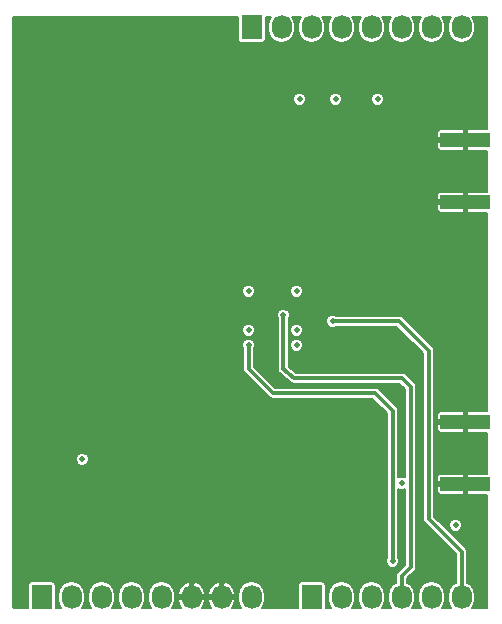
<source format=gbl>
G04 #@! TF.FileFunction,Copper,L4,Bot,Signal*
%FSLAX46Y46*%
G04 Gerber Fmt 4.6, Leading zero omitted, Abs format (unit mm)*
G04 Created by KiCad (PCBNEW 4.0.0-rc2-1-stable) date Monday, January 18, 2016 'PMt' 02:37:55 PM*
%MOMM*%
G01*
G04 APERTURE LIST*
%ADD10C,0.100000*%
%ADD11R,1.727200X2.032000*%
%ADD12O,1.727200X2.032000*%
%ADD13R,4.200000X1.200000*%
%ADD14C,0.500000*%
%ADD15C,0.342000*%
%ADD16C,0.203200*%
G04 APERTURE END LIST*
D10*
D11*
X129794000Y-135382000D03*
D12*
X132334000Y-135382000D03*
X134874000Y-135382000D03*
X137414000Y-135382000D03*
X139954000Y-135382000D03*
X142494000Y-135382000D03*
X145034000Y-135382000D03*
X147574000Y-135382000D03*
D11*
X152654000Y-135382000D03*
D12*
X155194000Y-135382000D03*
X157734000Y-135382000D03*
X160274000Y-135382000D03*
X162814000Y-135382000D03*
X165354000Y-135382000D03*
D11*
X147574000Y-87122000D03*
D12*
X150114000Y-87122000D03*
X152654000Y-87122000D03*
X155194000Y-87122000D03*
X157734000Y-87122000D03*
X160274000Y-87122000D03*
X162814000Y-87122000D03*
X165354000Y-87122000D03*
D13*
X165676000Y-120560000D03*
X165676000Y-125820000D03*
X165676000Y-96684000D03*
X165676000Y-101944000D03*
D14*
X164846000Y-129286000D03*
X160274000Y-125730000D03*
X151384000Y-109474000D03*
X151384000Y-114046000D03*
X151384000Y-112776000D03*
X147320000Y-112776000D03*
X147320000Y-109474000D03*
X158242000Y-93218000D03*
X154686000Y-93218000D03*
X151638000Y-93218000D03*
X133223000Y-123698000D03*
X164846000Y-108966000D03*
X164846000Y-113284000D03*
X164846000Y-110871000D03*
X164973000Y-91059000D03*
X160655000Y-96139000D03*
X161544000Y-93345000D03*
X157226000Y-131191000D03*
X129667000Y-87884000D03*
X143510000Y-90043000D03*
X139192000Y-87884000D03*
X134366000Y-87884000D03*
X139827000Y-95250000D03*
X146812000Y-104267000D03*
X141986000Y-104267000D03*
X141986000Y-101219000D03*
X141986000Y-97409000D03*
X149225000Y-107696000D03*
X149225000Y-115824000D03*
X149225000Y-112649000D03*
X149225000Y-110236000D03*
X130302000Y-123190000D03*
X137033000Y-114427000D03*
X133858000Y-114427000D03*
X130302000Y-112395000D03*
X130302000Y-116332000D03*
X130302000Y-120015000D03*
X142240000Y-129286000D03*
X151130000Y-129286000D03*
X149098000Y-129286000D03*
X146939000Y-129286000D03*
X144526000Y-129286000D03*
X142113000Y-122047000D03*
X151257000Y-122047000D03*
X149098000Y-122047000D03*
X146939000Y-122047000D03*
X144526000Y-122047000D03*
X159512000Y-132334000D03*
X147320000Y-114046000D03*
X154432000Y-112014000D03*
X150241000Y-111506000D03*
D15*
X151384000Y-118110000D02*
X149352000Y-118110000D01*
X159512000Y-132334000D02*
X159512000Y-119634000D01*
X159512000Y-119634000D02*
X157988000Y-118110000D01*
X157988000Y-118110000D02*
X151384000Y-118110000D01*
X147320000Y-116078000D02*
X147320000Y-114046000D01*
X149352000Y-118110000D02*
X147320000Y-116078000D01*
X165354000Y-135382000D02*
X165354000Y-131572000D01*
X160020000Y-112014000D02*
X154432000Y-112014000D01*
X162560000Y-114554000D02*
X160020000Y-112014000D01*
X162560000Y-128778000D02*
X162560000Y-114554000D01*
X165354000Y-131572000D02*
X162560000Y-128778000D01*
X165354000Y-135382000D02*
X165354000Y-134874000D01*
X160274000Y-135382000D02*
X160274000Y-133604000D01*
X161036000Y-132842000D02*
X161036000Y-127254000D01*
X160274000Y-133604000D02*
X161036000Y-132842000D01*
X150241000Y-116078000D02*
X150241000Y-111506000D01*
X151130000Y-116840000D02*
X150241000Y-116078000D01*
X160274000Y-116840000D02*
X151130000Y-116840000D01*
X161036000Y-117602000D02*
X160274000Y-116840000D01*
X161036000Y-127254000D02*
X161036000Y-117602000D01*
X161036000Y-127254000D02*
X161036000Y-127254000D01*
D16*
G36*
X146399629Y-88138000D02*
X146420882Y-88250952D01*
X146487637Y-88354692D01*
X146589493Y-88424287D01*
X146710400Y-88448771D01*
X148437600Y-88448771D01*
X148550552Y-88427518D01*
X148654292Y-88360763D01*
X148723887Y-88258907D01*
X148748371Y-88138000D01*
X148748371Y-86231800D01*
X149211470Y-86231800D01*
X149034539Y-86496597D01*
X148945600Y-86943724D01*
X148945600Y-87300276D01*
X149034539Y-87747403D01*
X149287816Y-88126460D01*
X149666873Y-88379737D01*
X150114000Y-88468676D01*
X150561127Y-88379737D01*
X150940184Y-88126460D01*
X151193461Y-87747403D01*
X151282400Y-87300276D01*
X151282400Y-86943724D01*
X151193461Y-86496597D01*
X151016530Y-86231800D01*
X151751470Y-86231800D01*
X151574539Y-86496597D01*
X151485600Y-86943724D01*
X151485600Y-87300276D01*
X151574539Y-87747403D01*
X151827816Y-88126460D01*
X152206873Y-88379737D01*
X152654000Y-88468676D01*
X153101127Y-88379737D01*
X153480184Y-88126460D01*
X153733461Y-87747403D01*
X153822400Y-87300276D01*
X153822400Y-86943724D01*
X153733461Y-86496597D01*
X153556530Y-86231800D01*
X154291470Y-86231800D01*
X154114539Y-86496597D01*
X154025600Y-86943724D01*
X154025600Y-87300276D01*
X154114539Y-87747403D01*
X154367816Y-88126460D01*
X154746873Y-88379737D01*
X155194000Y-88468676D01*
X155641127Y-88379737D01*
X156020184Y-88126460D01*
X156273461Y-87747403D01*
X156362400Y-87300276D01*
X156362400Y-86943724D01*
X156273461Y-86496597D01*
X156096530Y-86231800D01*
X156831470Y-86231800D01*
X156654539Y-86496597D01*
X156565600Y-86943724D01*
X156565600Y-87300276D01*
X156654539Y-87747403D01*
X156907816Y-88126460D01*
X157286873Y-88379737D01*
X157734000Y-88468676D01*
X158181127Y-88379737D01*
X158560184Y-88126460D01*
X158813461Y-87747403D01*
X158902400Y-87300276D01*
X158902400Y-86943724D01*
X158813461Y-86496597D01*
X158636530Y-86231800D01*
X159371470Y-86231800D01*
X159194539Y-86496597D01*
X159105600Y-86943724D01*
X159105600Y-87300276D01*
X159194539Y-87747403D01*
X159447816Y-88126460D01*
X159826873Y-88379737D01*
X160274000Y-88468676D01*
X160721127Y-88379737D01*
X161100184Y-88126460D01*
X161353461Y-87747403D01*
X161442400Y-87300276D01*
X161442400Y-86943724D01*
X161353461Y-86496597D01*
X161176530Y-86231800D01*
X161911470Y-86231800D01*
X161734539Y-86496597D01*
X161645600Y-86943724D01*
X161645600Y-87300276D01*
X161734539Y-87747403D01*
X161987816Y-88126460D01*
X162366873Y-88379737D01*
X162814000Y-88468676D01*
X163261127Y-88379737D01*
X163640184Y-88126460D01*
X163893461Y-87747403D01*
X163982400Y-87300276D01*
X163982400Y-86943724D01*
X163893461Y-86496597D01*
X163716530Y-86231800D01*
X164451470Y-86231800D01*
X164274539Y-86496597D01*
X164185600Y-86943724D01*
X164185600Y-87300276D01*
X164274539Y-87747403D01*
X164527816Y-88126460D01*
X164906873Y-88379737D01*
X165354000Y-88468676D01*
X165801127Y-88379737D01*
X166180184Y-88126460D01*
X166433461Y-87747403D01*
X166522400Y-87300276D01*
X166522400Y-86943724D01*
X166433461Y-86496597D01*
X166256530Y-86231800D01*
X167482682Y-86231800D01*
X167514200Y-86263318D01*
X167514200Y-95779200D01*
X165904600Y-95779200D01*
X165828400Y-95855400D01*
X165828400Y-96531600D01*
X165848400Y-96531600D01*
X165848400Y-96836400D01*
X165828400Y-96836400D01*
X165828400Y-97512600D01*
X165904600Y-97588800D01*
X167514200Y-97588800D01*
X167514200Y-101039200D01*
X165904600Y-101039200D01*
X165828400Y-101115400D01*
X165828400Y-101791600D01*
X165848400Y-101791600D01*
X165848400Y-102096400D01*
X165828400Y-102096400D01*
X165828400Y-102772600D01*
X165904600Y-102848800D01*
X167514200Y-102848800D01*
X167514200Y-119655200D01*
X165904600Y-119655200D01*
X165828400Y-119731400D01*
X165828400Y-120407600D01*
X165848400Y-120407600D01*
X165848400Y-120712400D01*
X165828400Y-120712400D01*
X165828400Y-121388600D01*
X165904600Y-121464800D01*
X167514200Y-121464800D01*
X167514200Y-124915200D01*
X165904600Y-124915200D01*
X165828400Y-124991400D01*
X165828400Y-125667600D01*
X165848400Y-125667600D01*
X165848400Y-125972400D01*
X165828400Y-125972400D01*
X165828400Y-126648600D01*
X165904600Y-126724800D01*
X167514200Y-126724800D01*
X167514200Y-136240682D01*
X167482682Y-136272200D01*
X166256530Y-136272200D01*
X166433461Y-136007403D01*
X166522400Y-135560276D01*
X166522400Y-135203724D01*
X166433461Y-134756597D01*
X166180184Y-134377540D01*
X165829800Y-134143422D01*
X165829800Y-131572000D01*
X165793582Y-131389919D01*
X165752270Y-131328091D01*
X165690442Y-131235559D01*
X163850755Y-129395872D01*
X164291104Y-129395872D01*
X164375389Y-129599858D01*
X164531321Y-129756062D01*
X164735159Y-129840703D01*
X164955872Y-129840896D01*
X165159858Y-129756611D01*
X165316062Y-129600679D01*
X165400703Y-129396841D01*
X165400896Y-129176128D01*
X165316611Y-128972142D01*
X165160679Y-128815938D01*
X164956841Y-128731297D01*
X164736128Y-128731104D01*
X164532142Y-128815389D01*
X164375938Y-128971321D01*
X164291297Y-129175159D01*
X164291104Y-129395872D01*
X163850755Y-129395872D01*
X163035800Y-128580918D01*
X163035800Y-126048600D01*
X163271200Y-126048600D01*
X163271200Y-126480629D01*
X163317603Y-126592656D01*
X163403345Y-126678397D01*
X163515372Y-126724800D01*
X165447400Y-126724800D01*
X165523600Y-126648600D01*
X165523600Y-125972400D01*
X163347400Y-125972400D01*
X163271200Y-126048600D01*
X163035800Y-126048600D01*
X163035800Y-125159371D01*
X163271200Y-125159371D01*
X163271200Y-125591400D01*
X163347400Y-125667600D01*
X165523600Y-125667600D01*
X165523600Y-124991400D01*
X165447400Y-124915200D01*
X163515372Y-124915200D01*
X163403345Y-124961603D01*
X163317603Y-125047344D01*
X163271200Y-125159371D01*
X163035800Y-125159371D01*
X163035800Y-120788600D01*
X163271200Y-120788600D01*
X163271200Y-121220629D01*
X163317603Y-121332656D01*
X163403345Y-121418397D01*
X163515372Y-121464800D01*
X165447400Y-121464800D01*
X165523600Y-121388600D01*
X165523600Y-120712400D01*
X163347400Y-120712400D01*
X163271200Y-120788600D01*
X163035800Y-120788600D01*
X163035800Y-119899371D01*
X163271200Y-119899371D01*
X163271200Y-120331400D01*
X163347400Y-120407600D01*
X165523600Y-120407600D01*
X165523600Y-119731400D01*
X165447400Y-119655200D01*
X163515372Y-119655200D01*
X163403345Y-119701603D01*
X163317603Y-119787344D01*
X163271200Y-119899371D01*
X163035800Y-119899371D01*
X163035800Y-114554000D01*
X162999582Y-114371919D01*
X162991523Y-114359858D01*
X162896441Y-114217558D01*
X160356441Y-111677559D01*
X160202081Y-111574418D01*
X160020000Y-111538200D01*
X154732860Y-111538200D01*
X154542841Y-111459297D01*
X154322128Y-111459104D01*
X154118142Y-111543389D01*
X153961938Y-111699321D01*
X153877297Y-111903159D01*
X153877104Y-112123872D01*
X153961389Y-112327858D01*
X154117321Y-112484062D01*
X154321159Y-112568703D01*
X154541872Y-112568896D01*
X154733300Y-112489800D01*
X159822918Y-112489800D01*
X162084200Y-114751083D01*
X162084200Y-128778000D01*
X162120418Y-128960081D01*
X162223559Y-129114441D01*
X164878200Y-131769083D01*
X164878200Y-134143422D01*
X164527816Y-134377540D01*
X164274539Y-134756597D01*
X164185600Y-135203724D01*
X164185600Y-135560276D01*
X164274539Y-136007403D01*
X164451470Y-136272200D01*
X163716530Y-136272200D01*
X163893461Y-136007403D01*
X163982400Y-135560276D01*
X163982400Y-135203724D01*
X163893461Y-134756597D01*
X163640184Y-134377540D01*
X163261127Y-134124263D01*
X162814000Y-134035324D01*
X162366873Y-134124263D01*
X161987816Y-134377540D01*
X161734539Y-134756597D01*
X161645600Y-135203724D01*
X161645600Y-135560276D01*
X161734539Y-136007403D01*
X161911470Y-136272200D01*
X161176530Y-136272200D01*
X161353461Y-136007403D01*
X161442400Y-135560276D01*
X161442400Y-135203724D01*
X161353461Y-134756597D01*
X161100184Y-134377540D01*
X160749800Y-134143422D01*
X160749800Y-133801082D01*
X161372442Y-133178441D01*
X161475582Y-133024081D01*
X161511800Y-132842000D01*
X161511800Y-117602000D01*
X161475582Y-117419919D01*
X161372442Y-117265559D01*
X160610441Y-116503559D01*
X160456081Y-116400418D01*
X160274000Y-116364200D01*
X151306009Y-116364200D01*
X150716800Y-115859163D01*
X150716800Y-114155872D01*
X150829104Y-114155872D01*
X150913389Y-114359858D01*
X151069321Y-114516062D01*
X151273159Y-114600703D01*
X151493872Y-114600896D01*
X151697858Y-114516611D01*
X151854062Y-114360679D01*
X151938703Y-114156841D01*
X151938896Y-113936128D01*
X151854611Y-113732142D01*
X151698679Y-113575938D01*
X151494841Y-113491297D01*
X151274128Y-113491104D01*
X151070142Y-113575389D01*
X150913938Y-113731321D01*
X150829297Y-113935159D01*
X150829104Y-114155872D01*
X150716800Y-114155872D01*
X150716800Y-112885872D01*
X150829104Y-112885872D01*
X150913389Y-113089858D01*
X151069321Y-113246062D01*
X151273159Y-113330703D01*
X151493872Y-113330896D01*
X151697858Y-113246611D01*
X151854062Y-113090679D01*
X151938703Y-112886841D01*
X151938896Y-112666128D01*
X151854611Y-112462142D01*
X151698679Y-112305938D01*
X151494841Y-112221297D01*
X151274128Y-112221104D01*
X151070142Y-112305389D01*
X150913938Y-112461321D01*
X150829297Y-112665159D01*
X150829104Y-112885872D01*
X150716800Y-112885872D01*
X150716800Y-111806860D01*
X150795703Y-111616841D01*
X150795896Y-111396128D01*
X150711611Y-111192142D01*
X150555679Y-111035938D01*
X150351841Y-110951297D01*
X150131128Y-110951104D01*
X149927142Y-111035389D01*
X149770938Y-111191321D01*
X149686297Y-111395159D01*
X149686104Y-111615872D01*
X149765200Y-111807300D01*
X149765200Y-116078000D01*
X149768807Y-116096136D01*
X149766602Y-116114492D01*
X149786804Y-116186612D01*
X149801418Y-116260081D01*
X149811691Y-116275455D01*
X149816678Y-116293259D01*
X149862948Y-116352166D01*
X149904559Y-116414441D01*
X149919931Y-116424712D01*
X149931353Y-116439254D01*
X150820353Y-117201254D01*
X150885641Y-117237969D01*
X150947919Y-117279582D01*
X150966054Y-117283189D01*
X150982170Y-117292252D01*
X151056533Y-117301187D01*
X151130000Y-117315800D01*
X160076918Y-117315800D01*
X160560200Y-117799083D01*
X160560200Y-125248112D01*
X160384841Y-125175297D01*
X160164128Y-125175104D01*
X159987800Y-125247961D01*
X159987800Y-119634000D01*
X159951582Y-119451919D01*
X159848441Y-119297558D01*
X158324441Y-117773559D01*
X158170081Y-117670418D01*
X157988000Y-117634200D01*
X149549082Y-117634200D01*
X147795800Y-115880918D01*
X147795800Y-114346860D01*
X147874703Y-114156841D01*
X147874896Y-113936128D01*
X147790611Y-113732142D01*
X147634679Y-113575938D01*
X147430841Y-113491297D01*
X147210128Y-113491104D01*
X147006142Y-113575389D01*
X146849938Y-113731321D01*
X146765297Y-113935159D01*
X146765104Y-114155872D01*
X146844200Y-114347300D01*
X146844200Y-116078000D01*
X146851459Y-116114492D01*
X146880418Y-116260081D01*
X146983559Y-116414441D01*
X149015559Y-118446441D01*
X149169919Y-118549582D01*
X149352000Y-118585800D01*
X157790918Y-118585800D01*
X159036200Y-119831083D01*
X159036200Y-132033140D01*
X158957297Y-132223159D01*
X158957104Y-132443872D01*
X159041389Y-132647858D01*
X159197321Y-132804062D01*
X159401159Y-132888703D01*
X159621872Y-132888896D01*
X159825858Y-132804611D01*
X159982062Y-132648679D01*
X160066703Y-132444841D01*
X160066896Y-132224128D01*
X159987800Y-132032700D01*
X159987800Y-126211888D01*
X160163159Y-126284703D01*
X160383872Y-126284896D01*
X160560200Y-126212039D01*
X160560200Y-132644917D01*
X159937559Y-133267559D01*
X159834418Y-133421919D01*
X159798200Y-133604000D01*
X159798200Y-134143422D01*
X159447816Y-134377540D01*
X159194539Y-134756597D01*
X159105600Y-135203724D01*
X159105600Y-135560276D01*
X159194539Y-136007403D01*
X159371470Y-136272200D01*
X158636530Y-136272200D01*
X158813461Y-136007403D01*
X158902400Y-135560276D01*
X158902400Y-135203724D01*
X158813461Y-134756597D01*
X158560184Y-134377540D01*
X158181127Y-134124263D01*
X157734000Y-134035324D01*
X157286873Y-134124263D01*
X156907816Y-134377540D01*
X156654539Y-134756597D01*
X156565600Y-135203724D01*
X156565600Y-135560276D01*
X156654539Y-136007403D01*
X156831470Y-136272200D01*
X156096530Y-136272200D01*
X156273461Y-136007403D01*
X156362400Y-135560276D01*
X156362400Y-135203724D01*
X156273461Y-134756597D01*
X156020184Y-134377540D01*
X155641127Y-134124263D01*
X155194000Y-134035324D01*
X154746873Y-134124263D01*
X154367816Y-134377540D01*
X154114539Y-134756597D01*
X154025600Y-135203724D01*
X154025600Y-135560276D01*
X154114539Y-136007403D01*
X154291470Y-136272200D01*
X153828371Y-136272200D01*
X153828371Y-134366000D01*
X153807118Y-134253048D01*
X153740363Y-134149308D01*
X153638507Y-134079713D01*
X153517600Y-134055229D01*
X151790400Y-134055229D01*
X151677448Y-134076482D01*
X151573708Y-134143237D01*
X151504113Y-134245093D01*
X151479629Y-134366000D01*
X151479629Y-136272200D01*
X148476530Y-136272200D01*
X148653461Y-136007403D01*
X148742400Y-135560276D01*
X148742400Y-135203724D01*
X148653461Y-134756597D01*
X148400184Y-134377540D01*
X148021127Y-134124263D01*
X147574000Y-134035324D01*
X147126873Y-134124263D01*
X146747816Y-134377540D01*
X146494539Y-134756597D01*
X146405600Y-135203724D01*
X146405600Y-135560276D01*
X146494539Y-136007403D01*
X146671470Y-136272200D01*
X145912538Y-136272200D01*
X146030225Y-136144887D01*
X146188015Y-135717178D01*
X146126200Y-135534400D01*
X145186400Y-135534400D01*
X145186400Y-135554400D01*
X144881600Y-135554400D01*
X144881600Y-135534400D01*
X143941800Y-135534400D01*
X143879985Y-135717178D01*
X144037775Y-136144887D01*
X144155462Y-136272200D01*
X143372538Y-136272200D01*
X143490225Y-136144887D01*
X143648015Y-135717178D01*
X143586200Y-135534400D01*
X142646400Y-135534400D01*
X142646400Y-135554400D01*
X142341600Y-135554400D01*
X142341600Y-135534400D01*
X141401800Y-135534400D01*
X141339985Y-135717178D01*
X141497775Y-136144887D01*
X141615462Y-136272200D01*
X140856530Y-136272200D01*
X141033461Y-136007403D01*
X141122400Y-135560276D01*
X141122400Y-135203724D01*
X141091191Y-135046822D01*
X141339985Y-135046822D01*
X141401800Y-135229600D01*
X142341600Y-135229600D01*
X142341600Y-134148085D01*
X142646400Y-134148085D01*
X142646400Y-135229600D01*
X143586200Y-135229600D01*
X143648015Y-135046822D01*
X143879985Y-135046822D01*
X143941800Y-135229600D01*
X144881600Y-135229600D01*
X144881600Y-134148085D01*
X145186400Y-134148085D01*
X145186400Y-135229600D01*
X146126200Y-135229600D01*
X146188015Y-135046822D01*
X146030225Y-134619113D01*
X145720769Y-134284345D01*
X145365740Y-134109285D01*
X145186400Y-134148085D01*
X144881600Y-134148085D01*
X144702260Y-134109285D01*
X144347231Y-134284345D01*
X144037775Y-134619113D01*
X143879985Y-135046822D01*
X143648015Y-135046822D01*
X143490225Y-134619113D01*
X143180769Y-134284345D01*
X142825740Y-134109285D01*
X142646400Y-134148085D01*
X142341600Y-134148085D01*
X142162260Y-134109285D01*
X141807231Y-134284345D01*
X141497775Y-134619113D01*
X141339985Y-135046822D01*
X141091191Y-135046822D01*
X141033461Y-134756597D01*
X140780184Y-134377540D01*
X140401127Y-134124263D01*
X139954000Y-134035324D01*
X139506873Y-134124263D01*
X139127816Y-134377540D01*
X138874539Y-134756597D01*
X138785600Y-135203724D01*
X138785600Y-135560276D01*
X138874539Y-136007403D01*
X139051470Y-136272200D01*
X138316530Y-136272200D01*
X138493461Y-136007403D01*
X138582400Y-135560276D01*
X138582400Y-135203724D01*
X138493461Y-134756597D01*
X138240184Y-134377540D01*
X137861127Y-134124263D01*
X137414000Y-134035324D01*
X136966873Y-134124263D01*
X136587816Y-134377540D01*
X136334539Y-134756597D01*
X136245600Y-135203724D01*
X136245600Y-135560276D01*
X136334539Y-136007403D01*
X136511470Y-136272200D01*
X135776530Y-136272200D01*
X135953461Y-136007403D01*
X136042400Y-135560276D01*
X136042400Y-135203724D01*
X135953461Y-134756597D01*
X135700184Y-134377540D01*
X135321127Y-134124263D01*
X134874000Y-134035324D01*
X134426873Y-134124263D01*
X134047816Y-134377540D01*
X133794539Y-134756597D01*
X133705600Y-135203724D01*
X133705600Y-135560276D01*
X133794539Y-136007403D01*
X133971470Y-136272200D01*
X133236530Y-136272200D01*
X133413461Y-136007403D01*
X133502400Y-135560276D01*
X133502400Y-135203724D01*
X133413461Y-134756597D01*
X133160184Y-134377540D01*
X132781127Y-134124263D01*
X132334000Y-134035324D01*
X131886873Y-134124263D01*
X131507816Y-134377540D01*
X131254539Y-134756597D01*
X131165600Y-135203724D01*
X131165600Y-135560276D01*
X131254539Y-136007403D01*
X131431470Y-136272200D01*
X130968371Y-136272200D01*
X130968371Y-134366000D01*
X130947118Y-134253048D01*
X130880363Y-134149308D01*
X130778507Y-134079713D01*
X130657600Y-134055229D01*
X128930400Y-134055229D01*
X128817448Y-134076482D01*
X128713708Y-134143237D01*
X128644113Y-134245093D01*
X128619629Y-134366000D01*
X128619629Y-136272200D01*
X127411318Y-136272200D01*
X127379800Y-136240682D01*
X127379800Y-123807872D01*
X132668104Y-123807872D01*
X132752389Y-124011858D01*
X132908321Y-124168062D01*
X133112159Y-124252703D01*
X133332872Y-124252896D01*
X133536858Y-124168611D01*
X133693062Y-124012679D01*
X133777703Y-123808841D01*
X133777896Y-123588128D01*
X133693611Y-123384142D01*
X133537679Y-123227938D01*
X133333841Y-123143297D01*
X133113128Y-123143104D01*
X132909142Y-123227389D01*
X132752938Y-123383321D01*
X132668297Y-123587159D01*
X132668104Y-123807872D01*
X127379800Y-123807872D01*
X127379800Y-112885872D01*
X146765104Y-112885872D01*
X146849389Y-113089858D01*
X147005321Y-113246062D01*
X147209159Y-113330703D01*
X147429872Y-113330896D01*
X147633858Y-113246611D01*
X147790062Y-113090679D01*
X147874703Y-112886841D01*
X147874896Y-112666128D01*
X147790611Y-112462142D01*
X147634679Y-112305938D01*
X147430841Y-112221297D01*
X147210128Y-112221104D01*
X147006142Y-112305389D01*
X146849938Y-112461321D01*
X146765297Y-112665159D01*
X146765104Y-112885872D01*
X127379800Y-112885872D01*
X127379800Y-109583872D01*
X146765104Y-109583872D01*
X146849389Y-109787858D01*
X147005321Y-109944062D01*
X147209159Y-110028703D01*
X147429872Y-110028896D01*
X147633858Y-109944611D01*
X147790062Y-109788679D01*
X147874703Y-109584841D01*
X147874703Y-109583872D01*
X150829104Y-109583872D01*
X150913389Y-109787858D01*
X151069321Y-109944062D01*
X151273159Y-110028703D01*
X151493872Y-110028896D01*
X151697858Y-109944611D01*
X151854062Y-109788679D01*
X151938703Y-109584841D01*
X151938896Y-109364128D01*
X151854611Y-109160142D01*
X151698679Y-109003938D01*
X151494841Y-108919297D01*
X151274128Y-108919104D01*
X151070142Y-109003389D01*
X150913938Y-109159321D01*
X150829297Y-109363159D01*
X150829104Y-109583872D01*
X147874703Y-109583872D01*
X147874896Y-109364128D01*
X147790611Y-109160142D01*
X147634679Y-109003938D01*
X147430841Y-108919297D01*
X147210128Y-108919104D01*
X147006142Y-109003389D01*
X146849938Y-109159321D01*
X146765297Y-109363159D01*
X146765104Y-109583872D01*
X127379800Y-109583872D01*
X127379800Y-102172600D01*
X163271200Y-102172600D01*
X163271200Y-102604629D01*
X163317603Y-102716656D01*
X163403345Y-102802397D01*
X163515372Y-102848800D01*
X165447400Y-102848800D01*
X165523600Y-102772600D01*
X165523600Y-102096400D01*
X163347400Y-102096400D01*
X163271200Y-102172600D01*
X127379800Y-102172600D01*
X127379800Y-101283371D01*
X163271200Y-101283371D01*
X163271200Y-101715400D01*
X163347400Y-101791600D01*
X165523600Y-101791600D01*
X165523600Y-101115400D01*
X165447400Y-101039200D01*
X163515372Y-101039200D01*
X163403345Y-101085603D01*
X163317603Y-101171344D01*
X163271200Y-101283371D01*
X127379800Y-101283371D01*
X127379800Y-96912600D01*
X163271200Y-96912600D01*
X163271200Y-97344629D01*
X163317603Y-97456656D01*
X163403345Y-97542397D01*
X163515372Y-97588800D01*
X165447400Y-97588800D01*
X165523600Y-97512600D01*
X165523600Y-96836400D01*
X163347400Y-96836400D01*
X163271200Y-96912600D01*
X127379800Y-96912600D01*
X127379800Y-96023371D01*
X163271200Y-96023371D01*
X163271200Y-96455400D01*
X163347400Y-96531600D01*
X165523600Y-96531600D01*
X165523600Y-95855400D01*
X165447400Y-95779200D01*
X163515372Y-95779200D01*
X163403345Y-95825603D01*
X163317603Y-95911344D01*
X163271200Y-96023371D01*
X127379800Y-96023371D01*
X127379800Y-93327872D01*
X151083104Y-93327872D01*
X151167389Y-93531858D01*
X151323321Y-93688062D01*
X151527159Y-93772703D01*
X151747872Y-93772896D01*
X151951858Y-93688611D01*
X152108062Y-93532679D01*
X152192703Y-93328841D01*
X152192703Y-93327872D01*
X154131104Y-93327872D01*
X154215389Y-93531858D01*
X154371321Y-93688062D01*
X154575159Y-93772703D01*
X154795872Y-93772896D01*
X154999858Y-93688611D01*
X155156062Y-93532679D01*
X155240703Y-93328841D01*
X155240703Y-93327872D01*
X157687104Y-93327872D01*
X157771389Y-93531858D01*
X157927321Y-93688062D01*
X158131159Y-93772703D01*
X158351872Y-93772896D01*
X158555858Y-93688611D01*
X158712062Y-93532679D01*
X158796703Y-93328841D01*
X158796896Y-93108128D01*
X158712611Y-92904142D01*
X158556679Y-92747938D01*
X158352841Y-92663297D01*
X158132128Y-92663104D01*
X157928142Y-92747389D01*
X157771938Y-92903321D01*
X157687297Y-93107159D01*
X157687104Y-93327872D01*
X155240703Y-93327872D01*
X155240896Y-93108128D01*
X155156611Y-92904142D01*
X155000679Y-92747938D01*
X154796841Y-92663297D01*
X154576128Y-92663104D01*
X154372142Y-92747389D01*
X154215938Y-92903321D01*
X154131297Y-93107159D01*
X154131104Y-93327872D01*
X152192703Y-93327872D01*
X152192896Y-93108128D01*
X152108611Y-92904142D01*
X151952679Y-92747938D01*
X151748841Y-92663297D01*
X151528128Y-92663104D01*
X151324142Y-92747389D01*
X151167938Y-92903321D01*
X151083297Y-93107159D01*
X151083104Y-93327872D01*
X127379800Y-93327872D01*
X127379800Y-86263318D01*
X127411318Y-86231800D01*
X146399629Y-86231800D01*
X146399629Y-88138000D01*
X146399629Y-88138000D01*
G37*
X146399629Y-88138000D02*
X146420882Y-88250952D01*
X146487637Y-88354692D01*
X146589493Y-88424287D01*
X146710400Y-88448771D01*
X148437600Y-88448771D01*
X148550552Y-88427518D01*
X148654292Y-88360763D01*
X148723887Y-88258907D01*
X148748371Y-88138000D01*
X148748371Y-86231800D01*
X149211470Y-86231800D01*
X149034539Y-86496597D01*
X148945600Y-86943724D01*
X148945600Y-87300276D01*
X149034539Y-87747403D01*
X149287816Y-88126460D01*
X149666873Y-88379737D01*
X150114000Y-88468676D01*
X150561127Y-88379737D01*
X150940184Y-88126460D01*
X151193461Y-87747403D01*
X151282400Y-87300276D01*
X151282400Y-86943724D01*
X151193461Y-86496597D01*
X151016530Y-86231800D01*
X151751470Y-86231800D01*
X151574539Y-86496597D01*
X151485600Y-86943724D01*
X151485600Y-87300276D01*
X151574539Y-87747403D01*
X151827816Y-88126460D01*
X152206873Y-88379737D01*
X152654000Y-88468676D01*
X153101127Y-88379737D01*
X153480184Y-88126460D01*
X153733461Y-87747403D01*
X153822400Y-87300276D01*
X153822400Y-86943724D01*
X153733461Y-86496597D01*
X153556530Y-86231800D01*
X154291470Y-86231800D01*
X154114539Y-86496597D01*
X154025600Y-86943724D01*
X154025600Y-87300276D01*
X154114539Y-87747403D01*
X154367816Y-88126460D01*
X154746873Y-88379737D01*
X155194000Y-88468676D01*
X155641127Y-88379737D01*
X156020184Y-88126460D01*
X156273461Y-87747403D01*
X156362400Y-87300276D01*
X156362400Y-86943724D01*
X156273461Y-86496597D01*
X156096530Y-86231800D01*
X156831470Y-86231800D01*
X156654539Y-86496597D01*
X156565600Y-86943724D01*
X156565600Y-87300276D01*
X156654539Y-87747403D01*
X156907816Y-88126460D01*
X157286873Y-88379737D01*
X157734000Y-88468676D01*
X158181127Y-88379737D01*
X158560184Y-88126460D01*
X158813461Y-87747403D01*
X158902400Y-87300276D01*
X158902400Y-86943724D01*
X158813461Y-86496597D01*
X158636530Y-86231800D01*
X159371470Y-86231800D01*
X159194539Y-86496597D01*
X159105600Y-86943724D01*
X159105600Y-87300276D01*
X159194539Y-87747403D01*
X159447816Y-88126460D01*
X159826873Y-88379737D01*
X160274000Y-88468676D01*
X160721127Y-88379737D01*
X161100184Y-88126460D01*
X161353461Y-87747403D01*
X161442400Y-87300276D01*
X161442400Y-86943724D01*
X161353461Y-86496597D01*
X161176530Y-86231800D01*
X161911470Y-86231800D01*
X161734539Y-86496597D01*
X161645600Y-86943724D01*
X161645600Y-87300276D01*
X161734539Y-87747403D01*
X161987816Y-88126460D01*
X162366873Y-88379737D01*
X162814000Y-88468676D01*
X163261127Y-88379737D01*
X163640184Y-88126460D01*
X163893461Y-87747403D01*
X163982400Y-87300276D01*
X163982400Y-86943724D01*
X163893461Y-86496597D01*
X163716530Y-86231800D01*
X164451470Y-86231800D01*
X164274539Y-86496597D01*
X164185600Y-86943724D01*
X164185600Y-87300276D01*
X164274539Y-87747403D01*
X164527816Y-88126460D01*
X164906873Y-88379737D01*
X165354000Y-88468676D01*
X165801127Y-88379737D01*
X166180184Y-88126460D01*
X166433461Y-87747403D01*
X166522400Y-87300276D01*
X166522400Y-86943724D01*
X166433461Y-86496597D01*
X166256530Y-86231800D01*
X167482682Y-86231800D01*
X167514200Y-86263318D01*
X167514200Y-95779200D01*
X165904600Y-95779200D01*
X165828400Y-95855400D01*
X165828400Y-96531600D01*
X165848400Y-96531600D01*
X165848400Y-96836400D01*
X165828400Y-96836400D01*
X165828400Y-97512600D01*
X165904600Y-97588800D01*
X167514200Y-97588800D01*
X167514200Y-101039200D01*
X165904600Y-101039200D01*
X165828400Y-101115400D01*
X165828400Y-101791600D01*
X165848400Y-101791600D01*
X165848400Y-102096400D01*
X165828400Y-102096400D01*
X165828400Y-102772600D01*
X165904600Y-102848800D01*
X167514200Y-102848800D01*
X167514200Y-119655200D01*
X165904600Y-119655200D01*
X165828400Y-119731400D01*
X165828400Y-120407600D01*
X165848400Y-120407600D01*
X165848400Y-120712400D01*
X165828400Y-120712400D01*
X165828400Y-121388600D01*
X165904600Y-121464800D01*
X167514200Y-121464800D01*
X167514200Y-124915200D01*
X165904600Y-124915200D01*
X165828400Y-124991400D01*
X165828400Y-125667600D01*
X165848400Y-125667600D01*
X165848400Y-125972400D01*
X165828400Y-125972400D01*
X165828400Y-126648600D01*
X165904600Y-126724800D01*
X167514200Y-126724800D01*
X167514200Y-136240682D01*
X167482682Y-136272200D01*
X166256530Y-136272200D01*
X166433461Y-136007403D01*
X166522400Y-135560276D01*
X166522400Y-135203724D01*
X166433461Y-134756597D01*
X166180184Y-134377540D01*
X165829800Y-134143422D01*
X165829800Y-131572000D01*
X165793582Y-131389919D01*
X165752270Y-131328091D01*
X165690442Y-131235559D01*
X163850755Y-129395872D01*
X164291104Y-129395872D01*
X164375389Y-129599858D01*
X164531321Y-129756062D01*
X164735159Y-129840703D01*
X164955872Y-129840896D01*
X165159858Y-129756611D01*
X165316062Y-129600679D01*
X165400703Y-129396841D01*
X165400896Y-129176128D01*
X165316611Y-128972142D01*
X165160679Y-128815938D01*
X164956841Y-128731297D01*
X164736128Y-128731104D01*
X164532142Y-128815389D01*
X164375938Y-128971321D01*
X164291297Y-129175159D01*
X164291104Y-129395872D01*
X163850755Y-129395872D01*
X163035800Y-128580918D01*
X163035800Y-126048600D01*
X163271200Y-126048600D01*
X163271200Y-126480629D01*
X163317603Y-126592656D01*
X163403345Y-126678397D01*
X163515372Y-126724800D01*
X165447400Y-126724800D01*
X165523600Y-126648600D01*
X165523600Y-125972400D01*
X163347400Y-125972400D01*
X163271200Y-126048600D01*
X163035800Y-126048600D01*
X163035800Y-125159371D01*
X163271200Y-125159371D01*
X163271200Y-125591400D01*
X163347400Y-125667600D01*
X165523600Y-125667600D01*
X165523600Y-124991400D01*
X165447400Y-124915200D01*
X163515372Y-124915200D01*
X163403345Y-124961603D01*
X163317603Y-125047344D01*
X163271200Y-125159371D01*
X163035800Y-125159371D01*
X163035800Y-120788600D01*
X163271200Y-120788600D01*
X163271200Y-121220629D01*
X163317603Y-121332656D01*
X163403345Y-121418397D01*
X163515372Y-121464800D01*
X165447400Y-121464800D01*
X165523600Y-121388600D01*
X165523600Y-120712400D01*
X163347400Y-120712400D01*
X163271200Y-120788600D01*
X163035800Y-120788600D01*
X163035800Y-119899371D01*
X163271200Y-119899371D01*
X163271200Y-120331400D01*
X163347400Y-120407600D01*
X165523600Y-120407600D01*
X165523600Y-119731400D01*
X165447400Y-119655200D01*
X163515372Y-119655200D01*
X163403345Y-119701603D01*
X163317603Y-119787344D01*
X163271200Y-119899371D01*
X163035800Y-119899371D01*
X163035800Y-114554000D01*
X162999582Y-114371919D01*
X162991523Y-114359858D01*
X162896441Y-114217558D01*
X160356441Y-111677559D01*
X160202081Y-111574418D01*
X160020000Y-111538200D01*
X154732860Y-111538200D01*
X154542841Y-111459297D01*
X154322128Y-111459104D01*
X154118142Y-111543389D01*
X153961938Y-111699321D01*
X153877297Y-111903159D01*
X153877104Y-112123872D01*
X153961389Y-112327858D01*
X154117321Y-112484062D01*
X154321159Y-112568703D01*
X154541872Y-112568896D01*
X154733300Y-112489800D01*
X159822918Y-112489800D01*
X162084200Y-114751083D01*
X162084200Y-128778000D01*
X162120418Y-128960081D01*
X162223559Y-129114441D01*
X164878200Y-131769083D01*
X164878200Y-134143422D01*
X164527816Y-134377540D01*
X164274539Y-134756597D01*
X164185600Y-135203724D01*
X164185600Y-135560276D01*
X164274539Y-136007403D01*
X164451470Y-136272200D01*
X163716530Y-136272200D01*
X163893461Y-136007403D01*
X163982400Y-135560276D01*
X163982400Y-135203724D01*
X163893461Y-134756597D01*
X163640184Y-134377540D01*
X163261127Y-134124263D01*
X162814000Y-134035324D01*
X162366873Y-134124263D01*
X161987816Y-134377540D01*
X161734539Y-134756597D01*
X161645600Y-135203724D01*
X161645600Y-135560276D01*
X161734539Y-136007403D01*
X161911470Y-136272200D01*
X161176530Y-136272200D01*
X161353461Y-136007403D01*
X161442400Y-135560276D01*
X161442400Y-135203724D01*
X161353461Y-134756597D01*
X161100184Y-134377540D01*
X160749800Y-134143422D01*
X160749800Y-133801082D01*
X161372442Y-133178441D01*
X161475582Y-133024081D01*
X161511800Y-132842000D01*
X161511800Y-117602000D01*
X161475582Y-117419919D01*
X161372442Y-117265559D01*
X160610441Y-116503559D01*
X160456081Y-116400418D01*
X160274000Y-116364200D01*
X151306009Y-116364200D01*
X150716800Y-115859163D01*
X150716800Y-114155872D01*
X150829104Y-114155872D01*
X150913389Y-114359858D01*
X151069321Y-114516062D01*
X151273159Y-114600703D01*
X151493872Y-114600896D01*
X151697858Y-114516611D01*
X151854062Y-114360679D01*
X151938703Y-114156841D01*
X151938896Y-113936128D01*
X151854611Y-113732142D01*
X151698679Y-113575938D01*
X151494841Y-113491297D01*
X151274128Y-113491104D01*
X151070142Y-113575389D01*
X150913938Y-113731321D01*
X150829297Y-113935159D01*
X150829104Y-114155872D01*
X150716800Y-114155872D01*
X150716800Y-112885872D01*
X150829104Y-112885872D01*
X150913389Y-113089858D01*
X151069321Y-113246062D01*
X151273159Y-113330703D01*
X151493872Y-113330896D01*
X151697858Y-113246611D01*
X151854062Y-113090679D01*
X151938703Y-112886841D01*
X151938896Y-112666128D01*
X151854611Y-112462142D01*
X151698679Y-112305938D01*
X151494841Y-112221297D01*
X151274128Y-112221104D01*
X151070142Y-112305389D01*
X150913938Y-112461321D01*
X150829297Y-112665159D01*
X150829104Y-112885872D01*
X150716800Y-112885872D01*
X150716800Y-111806860D01*
X150795703Y-111616841D01*
X150795896Y-111396128D01*
X150711611Y-111192142D01*
X150555679Y-111035938D01*
X150351841Y-110951297D01*
X150131128Y-110951104D01*
X149927142Y-111035389D01*
X149770938Y-111191321D01*
X149686297Y-111395159D01*
X149686104Y-111615872D01*
X149765200Y-111807300D01*
X149765200Y-116078000D01*
X149768807Y-116096136D01*
X149766602Y-116114492D01*
X149786804Y-116186612D01*
X149801418Y-116260081D01*
X149811691Y-116275455D01*
X149816678Y-116293259D01*
X149862948Y-116352166D01*
X149904559Y-116414441D01*
X149919931Y-116424712D01*
X149931353Y-116439254D01*
X150820353Y-117201254D01*
X150885641Y-117237969D01*
X150947919Y-117279582D01*
X150966054Y-117283189D01*
X150982170Y-117292252D01*
X151056533Y-117301187D01*
X151130000Y-117315800D01*
X160076918Y-117315800D01*
X160560200Y-117799083D01*
X160560200Y-125248112D01*
X160384841Y-125175297D01*
X160164128Y-125175104D01*
X159987800Y-125247961D01*
X159987800Y-119634000D01*
X159951582Y-119451919D01*
X159848441Y-119297558D01*
X158324441Y-117773559D01*
X158170081Y-117670418D01*
X157988000Y-117634200D01*
X149549082Y-117634200D01*
X147795800Y-115880918D01*
X147795800Y-114346860D01*
X147874703Y-114156841D01*
X147874896Y-113936128D01*
X147790611Y-113732142D01*
X147634679Y-113575938D01*
X147430841Y-113491297D01*
X147210128Y-113491104D01*
X147006142Y-113575389D01*
X146849938Y-113731321D01*
X146765297Y-113935159D01*
X146765104Y-114155872D01*
X146844200Y-114347300D01*
X146844200Y-116078000D01*
X146851459Y-116114492D01*
X146880418Y-116260081D01*
X146983559Y-116414441D01*
X149015559Y-118446441D01*
X149169919Y-118549582D01*
X149352000Y-118585800D01*
X157790918Y-118585800D01*
X159036200Y-119831083D01*
X159036200Y-132033140D01*
X158957297Y-132223159D01*
X158957104Y-132443872D01*
X159041389Y-132647858D01*
X159197321Y-132804062D01*
X159401159Y-132888703D01*
X159621872Y-132888896D01*
X159825858Y-132804611D01*
X159982062Y-132648679D01*
X160066703Y-132444841D01*
X160066896Y-132224128D01*
X159987800Y-132032700D01*
X159987800Y-126211888D01*
X160163159Y-126284703D01*
X160383872Y-126284896D01*
X160560200Y-126212039D01*
X160560200Y-132644917D01*
X159937559Y-133267559D01*
X159834418Y-133421919D01*
X159798200Y-133604000D01*
X159798200Y-134143422D01*
X159447816Y-134377540D01*
X159194539Y-134756597D01*
X159105600Y-135203724D01*
X159105600Y-135560276D01*
X159194539Y-136007403D01*
X159371470Y-136272200D01*
X158636530Y-136272200D01*
X158813461Y-136007403D01*
X158902400Y-135560276D01*
X158902400Y-135203724D01*
X158813461Y-134756597D01*
X158560184Y-134377540D01*
X158181127Y-134124263D01*
X157734000Y-134035324D01*
X157286873Y-134124263D01*
X156907816Y-134377540D01*
X156654539Y-134756597D01*
X156565600Y-135203724D01*
X156565600Y-135560276D01*
X156654539Y-136007403D01*
X156831470Y-136272200D01*
X156096530Y-136272200D01*
X156273461Y-136007403D01*
X156362400Y-135560276D01*
X156362400Y-135203724D01*
X156273461Y-134756597D01*
X156020184Y-134377540D01*
X155641127Y-134124263D01*
X155194000Y-134035324D01*
X154746873Y-134124263D01*
X154367816Y-134377540D01*
X154114539Y-134756597D01*
X154025600Y-135203724D01*
X154025600Y-135560276D01*
X154114539Y-136007403D01*
X154291470Y-136272200D01*
X153828371Y-136272200D01*
X153828371Y-134366000D01*
X153807118Y-134253048D01*
X153740363Y-134149308D01*
X153638507Y-134079713D01*
X153517600Y-134055229D01*
X151790400Y-134055229D01*
X151677448Y-134076482D01*
X151573708Y-134143237D01*
X151504113Y-134245093D01*
X151479629Y-134366000D01*
X151479629Y-136272200D01*
X148476530Y-136272200D01*
X148653461Y-136007403D01*
X148742400Y-135560276D01*
X148742400Y-135203724D01*
X148653461Y-134756597D01*
X148400184Y-134377540D01*
X148021127Y-134124263D01*
X147574000Y-134035324D01*
X147126873Y-134124263D01*
X146747816Y-134377540D01*
X146494539Y-134756597D01*
X146405600Y-135203724D01*
X146405600Y-135560276D01*
X146494539Y-136007403D01*
X146671470Y-136272200D01*
X145912538Y-136272200D01*
X146030225Y-136144887D01*
X146188015Y-135717178D01*
X146126200Y-135534400D01*
X145186400Y-135534400D01*
X145186400Y-135554400D01*
X144881600Y-135554400D01*
X144881600Y-135534400D01*
X143941800Y-135534400D01*
X143879985Y-135717178D01*
X144037775Y-136144887D01*
X144155462Y-136272200D01*
X143372538Y-136272200D01*
X143490225Y-136144887D01*
X143648015Y-135717178D01*
X143586200Y-135534400D01*
X142646400Y-135534400D01*
X142646400Y-135554400D01*
X142341600Y-135554400D01*
X142341600Y-135534400D01*
X141401800Y-135534400D01*
X141339985Y-135717178D01*
X141497775Y-136144887D01*
X141615462Y-136272200D01*
X140856530Y-136272200D01*
X141033461Y-136007403D01*
X141122400Y-135560276D01*
X141122400Y-135203724D01*
X141091191Y-135046822D01*
X141339985Y-135046822D01*
X141401800Y-135229600D01*
X142341600Y-135229600D01*
X142341600Y-134148085D01*
X142646400Y-134148085D01*
X142646400Y-135229600D01*
X143586200Y-135229600D01*
X143648015Y-135046822D01*
X143879985Y-135046822D01*
X143941800Y-135229600D01*
X144881600Y-135229600D01*
X144881600Y-134148085D01*
X145186400Y-134148085D01*
X145186400Y-135229600D01*
X146126200Y-135229600D01*
X146188015Y-135046822D01*
X146030225Y-134619113D01*
X145720769Y-134284345D01*
X145365740Y-134109285D01*
X145186400Y-134148085D01*
X144881600Y-134148085D01*
X144702260Y-134109285D01*
X144347231Y-134284345D01*
X144037775Y-134619113D01*
X143879985Y-135046822D01*
X143648015Y-135046822D01*
X143490225Y-134619113D01*
X143180769Y-134284345D01*
X142825740Y-134109285D01*
X142646400Y-134148085D01*
X142341600Y-134148085D01*
X142162260Y-134109285D01*
X141807231Y-134284345D01*
X141497775Y-134619113D01*
X141339985Y-135046822D01*
X141091191Y-135046822D01*
X141033461Y-134756597D01*
X140780184Y-134377540D01*
X140401127Y-134124263D01*
X139954000Y-134035324D01*
X139506873Y-134124263D01*
X139127816Y-134377540D01*
X138874539Y-134756597D01*
X138785600Y-135203724D01*
X138785600Y-135560276D01*
X138874539Y-136007403D01*
X139051470Y-136272200D01*
X138316530Y-136272200D01*
X138493461Y-136007403D01*
X138582400Y-135560276D01*
X138582400Y-135203724D01*
X138493461Y-134756597D01*
X138240184Y-134377540D01*
X137861127Y-134124263D01*
X137414000Y-134035324D01*
X136966873Y-134124263D01*
X136587816Y-134377540D01*
X136334539Y-134756597D01*
X136245600Y-135203724D01*
X136245600Y-135560276D01*
X136334539Y-136007403D01*
X136511470Y-136272200D01*
X135776530Y-136272200D01*
X135953461Y-136007403D01*
X136042400Y-135560276D01*
X136042400Y-135203724D01*
X135953461Y-134756597D01*
X135700184Y-134377540D01*
X135321127Y-134124263D01*
X134874000Y-134035324D01*
X134426873Y-134124263D01*
X134047816Y-134377540D01*
X133794539Y-134756597D01*
X133705600Y-135203724D01*
X133705600Y-135560276D01*
X133794539Y-136007403D01*
X133971470Y-136272200D01*
X133236530Y-136272200D01*
X133413461Y-136007403D01*
X133502400Y-135560276D01*
X133502400Y-135203724D01*
X133413461Y-134756597D01*
X133160184Y-134377540D01*
X132781127Y-134124263D01*
X132334000Y-134035324D01*
X131886873Y-134124263D01*
X131507816Y-134377540D01*
X131254539Y-134756597D01*
X131165600Y-135203724D01*
X131165600Y-135560276D01*
X131254539Y-136007403D01*
X131431470Y-136272200D01*
X130968371Y-136272200D01*
X130968371Y-134366000D01*
X130947118Y-134253048D01*
X130880363Y-134149308D01*
X130778507Y-134079713D01*
X130657600Y-134055229D01*
X128930400Y-134055229D01*
X128817448Y-134076482D01*
X128713708Y-134143237D01*
X128644113Y-134245093D01*
X128619629Y-134366000D01*
X128619629Y-136272200D01*
X127411318Y-136272200D01*
X127379800Y-136240682D01*
X127379800Y-123807872D01*
X132668104Y-123807872D01*
X132752389Y-124011858D01*
X132908321Y-124168062D01*
X133112159Y-124252703D01*
X133332872Y-124252896D01*
X133536858Y-124168611D01*
X133693062Y-124012679D01*
X133777703Y-123808841D01*
X133777896Y-123588128D01*
X133693611Y-123384142D01*
X133537679Y-123227938D01*
X133333841Y-123143297D01*
X133113128Y-123143104D01*
X132909142Y-123227389D01*
X132752938Y-123383321D01*
X132668297Y-123587159D01*
X132668104Y-123807872D01*
X127379800Y-123807872D01*
X127379800Y-112885872D01*
X146765104Y-112885872D01*
X146849389Y-113089858D01*
X147005321Y-113246062D01*
X147209159Y-113330703D01*
X147429872Y-113330896D01*
X147633858Y-113246611D01*
X147790062Y-113090679D01*
X147874703Y-112886841D01*
X147874896Y-112666128D01*
X147790611Y-112462142D01*
X147634679Y-112305938D01*
X147430841Y-112221297D01*
X147210128Y-112221104D01*
X147006142Y-112305389D01*
X146849938Y-112461321D01*
X146765297Y-112665159D01*
X146765104Y-112885872D01*
X127379800Y-112885872D01*
X127379800Y-109583872D01*
X146765104Y-109583872D01*
X146849389Y-109787858D01*
X147005321Y-109944062D01*
X147209159Y-110028703D01*
X147429872Y-110028896D01*
X147633858Y-109944611D01*
X147790062Y-109788679D01*
X147874703Y-109584841D01*
X147874703Y-109583872D01*
X150829104Y-109583872D01*
X150913389Y-109787858D01*
X151069321Y-109944062D01*
X151273159Y-110028703D01*
X151493872Y-110028896D01*
X151697858Y-109944611D01*
X151854062Y-109788679D01*
X151938703Y-109584841D01*
X151938896Y-109364128D01*
X151854611Y-109160142D01*
X151698679Y-109003938D01*
X151494841Y-108919297D01*
X151274128Y-108919104D01*
X151070142Y-109003389D01*
X150913938Y-109159321D01*
X150829297Y-109363159D01*
X150829104Y-109583872D01*
X147874703Y-109583872D01*
X147874896Y-109364128D01*
X147790611Y-109160142D01*
X147634679Y-109003938D01*
X147430841Y-108919297D01*
X147210128Y-108919104D01*
X147006142Y-109003389D01*
X146849938Y-109159321D01*
X146765297Y-109363159D01*
X146765104Y-109583872D01*
X127379800Y-109583872D01*
X127379800Y-102172600D01*
X163271200Y-102172600D01*
X163271200Y-102604629D01*
X163317603Y-102716656D01*
X163403345Y-102802397D01*
X163515372Y-102848800D01*
X165447400Y-102848800D01*
X165523600Y-102772600D01*
X165523600Y-102096400D01*
X163347400Y-102096400D01*
X163271200Y-102172600D01*
X127379800Y-102172600D01*
X127379800Y-101283371D01*
X163271200Y-101283371D01*
X163271200Y-101715400D01*
X163347400Y-101791600D01*
X165523600Y-101791600D01*
X165523600Y-101115400D01*
X165447400Y-101039200D01*
X163515372Y-101039200D01*
X163403345Y-101085603D01*
X163317603Y-101171344D01*
X163271200Y-101283371D01*
X127379800Y-101283371D01*
X127379800Y-96912600D01*
X163271200Y-96912600D01*
X163271200Y-97344629D01*
X163317603Y-97456656D01*
X163403345Y-97542397D01*
X163515372Y-97588800D01*
X165447400Y-97588800D01*
X165523600Y-97512600D01*
X165523600Y-96836400D01*
X163347400Y-96836400D01*
X163271200Y-96912600D01*
X127379800Y-96912600D01*
X127379800Y-96023371D01*
X163271200Y-96023371D01*
X163271200Y-96455400D01*
X163347400Y-96531600D01*
X165523600Y-96531600D01*
X165523600Y-95855400D01*
X165447400Y-95779200D01*
X163515372Y-95779200D01*
X163403345Y-95825603D01*
X163317603Y-95911344D01*
X163271200Y-96023371D01*
X127379800Y-96023371D01*
X127379800Y-93327872D01*
X151083104Y-93327872D01*
X151167389Y-93531858D01*
X151323321Y-93688062D01*
X151527159Y-93772703D01*
X151747872Y-93772896D01*
X151951858Y-93688611D01*
X152108062Y-93532679D01*
X152192703Y-93328841D01*
X152192703Y-93327872D01*
X154131104Y-93327872D01*
X154215389Y-93531858D01*
X154371321Y-93688062D01*
X154575159Y-93772703D01*
X154795872Y-93772896D01*
X154999858Y-93688611D01*
X155156062Y-93532679D01*
X155240703Y-93328841D01*
X155240703Y-93327872D01*
X157687104Y-93327872D01*
X157771389Y-93531858D01*
X157927321Y-93688062D01*
X158131159Y-93772703D01*
X158351872Y-93772896D01*
X158555858Y-93688611D01*
X158712062Y-93532679D01*
X158796703Y-93328841D01*
X158796896Y-93108128D01*
X158712611Y-92904142D01*
X158556679Y-92747938D01*
X158352841Y-92663297D01*
X158132128Y-92663104D01*
X157928142Y-92747389D01*
X157771938Y-92903321D01*
X157687297Y-93107159D01*
X157687104Y-93327872D01*
X155240703Y-93327872D01*
X155240896Y-93108128D01*
X155156611Y-92904142D01*
X155000679Y-92747938D01*
X154796841Y-92663297D01*
X154576128Y-92663104D01*
X154372142Y-92747389D01*
X154215938Y-92903321D01*
X154131297Y-93107159D01*
X154131104Y-93327872D01*
X152192703Y-93327872D01*
X152192896Y-93108128D01*
X152108611Y-92904142D01*
X151952679Y-92747938D01*
X151748841Y-92663297D01*
X151528128Y-92663104D01*
X151324142Y-92747389D01*
X151167938Y-92903321D01*
X151083297Y-93107159D01*
X151083104Y-93327872D01*
X127379800Y-93327872D01*
X127379800Y-86263318D01*
X127411318Y-86231800D01*
X146399629Y-86231800D01*
X146399629Y-88138000D01*
M02*

</source>
